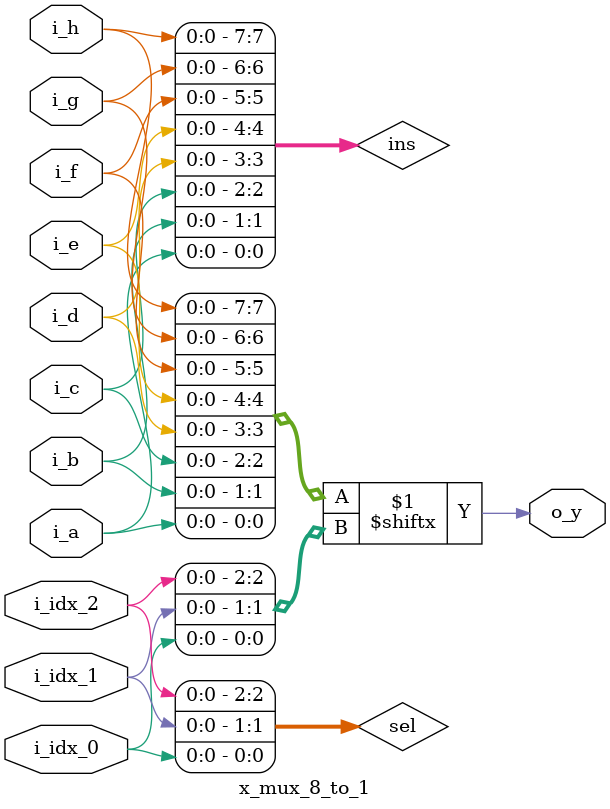
<source format=sv>
module x_mux_8_to_1(
   input    logic       i_a,
   input    logic       i_b,
   input    logic       i_c,
   input    logic       i_d,
   input    logic       i_e,
   input    logic       i_f,
   input    logic       i_g,
   input    logic       i_h,
   input    logic       i_idx_2,
   input    logic       i_idx_1,
   input    logic       i_idx_0,
   output   logic       o_y
);

   logic [7:0] ins;
   logic [2:0] sel;

   assign sel = { i_idx_2, 
                  i_idx_1, 
                  i_idx_0};

   assign ins = { i_h,
                  i_g,            
                  i_f,
                  i_e,
                  i_d,
                  i_c,
                  i_b,
                  i_a };

   assign o_y = ins[sel];
   
endmodule

</source>
